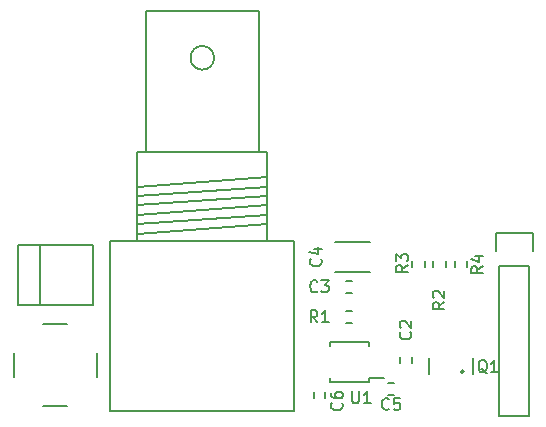
<source format=gto>
G04 #@! TF.FileFunction,Legend,Top*
%FSLAX46Y46*%
G04 Gerber Fmt 4.6, Leading zero omitted, Abs format (unit mm)*
G04 Created by KiCad (PCBNEW 4.0.1-3.201512221402+6198~38~ubuntu14.04.1-stable) date Mon 01 Feb 2016 11:31:49 PM PST*
%MOMM*%
G01*
G04 APERTURE LIST*
%ADD10C,0.100000*%
%ADD11C,0.150000*%
G04 APERTURE END LIST*
D10*
D11*
X201930000Y-96774000D02*
X201930000Y-109474000D01*
X201930000Y-109474000D02*
X199390000Y-109474000D01*
X199390000Y-109474000D02*
X199390000Y-96774000D01*
X202210000Y-93954000D02*
X202210000Y-95504000D01*
X201930000Y-96774000D02*
X199390000Y-96774000D01*
X199110000Y-95504000D02*
X199110000Y-93954000D01*
X199110000Y-93954000D02*
X202210000Y-93954000D01*
X191015600Y-104499600D02*
X191015600Y-104999600D01*
X191965600Y-104999600D02*
X191965600Y-104499600D01*
X188365000Y-106577000D02*
X188365000Y-106277000D01*
X185015000Y-106577000D02*
X185015000Y-106277000D01*
X185015000Y-103227000D02*
X185015000Y-103527000D01*
X188365000Y-103227000D02*
X188365000Y-103527000D01*
X188365000Y-106577000D02*
X185015000Y-106577000D01*
X188365000Y-103227000D02*
X185015000Y-103227000D01*
X188365000Y-106277000D02*
X189590000Y-106277000D01*
X184625000Y-107946000D02*
X184625000Y-107446000D01*
X183675000Y-107446000D02*
X183675000Y-107946000D01*
X186940000Y-100567000D02*
X186440000Y-100567000D01*
X186440000Y-101617000D02*
X186940000Y-101617000D01*
X196689200Y-96897000D02*
X196689200Y-96397000D01*
X195639200Y-96397000D02*
X195639200Y-96897000D01*
X194835000Y-96897000D02*
X194835000Y-96397000D01*
X193785000Y-96397000D02*
X193785000Y-96897000D01*
X189996000Y-107663000D02*
X190496000Y-107663000D01*
X190496000Y-106713000D02*
X189996000Y-106713000D01*
X193082400Y-96871600D02*
X193082400Y-96371600D01*
X192032400Y-96371600D02*
X192032400Y-96871600D01*
X196392459Y-105732580D02*
G75*
G03X196392459Y-105732580I-141899J0D01*
G01*
X197149720Y-104531160D02*
X197149720Y-105933240D01*
X193451480Y-105933240D02*
X193451480Y-104531160D01*
X160798000Y-101650800D02*
X162798000Y-101650800D01*
X165303200Y-104156000D02*
X165303200Y-106156000D01*
X162798000Y-108661200D02*
X160798000Y-108661200D01*
X158292800Y-106156000D02*
X158292800Y-104156000D01*
X186440000Y-99027000D02*
X186940000Y-99027000D01*
X186940000Y-98077000D02*
X186440000Y-98077000D01*
X168744900Y-90053160D02*
X179743100Y-89253060D01*
X168744900Y-90853260D02*
X179743100Y-90053160D01*
X168744900Y-91653360D02*
X179743100Y-90853260D01*
X168744900Y-92453460D02*
X179743100Y-91653360D01*
X168744900Y-93253560D02*
X179743100Y-92453460D01*
X168744900Y-94053660D02*
X179743100Y-93253560D01*
X175244760Y-79154020D02*
G75*
G03X175244760Y-79154020I-1000760J0D01*
G01*
X179044600Y-87155020D02*
X179044600Y-75153520D01*
X179044600Y-75153520D02*
X169443400Y-75153520D01*
X169443400Y-75153520D02*
X169443400Y-87155020D01*
X179743100Y-94653100D02*
X179743100Y-87155020D01*
X179743100Y-87155020D02*
X168744900Y-87155020D01*
X168744900Y-87155020D02*
X168744900Y-94653100D01*
X166443660Y-109054900D02*
X182044340Y-109054900D01*
X182044340Y-109054900D02*
X182044340Y-94653100D01*
X182044340Y-94653100D02*
X166443660Y-94653100D01*
X166443660Y-94653100D02*
X166443660Y-109054900D01*
X188464000Y-97262000D02*
X185464000Y-97262000D01*
X185464000Y-94762000D02*
X188464000Y-94762000D01*
X160528000Y-94996000D02*
X160528000Y-100076000D01*
X164973000Y-94996000D02*
X164973000Y-100076000D01*
X158623000Y-100076000D02*
X158623000Y-94996000D01*
X158623000Y-100076000D02*
X164973000Y-100076000D01*
X158623000Y-94996000D02*
X164973000Y-94996000D01*
X191847743Y-102376266D02*
X191895362Y-102423885D01*
X191942981Y-102566742D01*
X191942981Y-102661980D01*
X191895362Y-102804838D01*
X191800124Y-102900076D01*
X191704886Y-102947695D01*
X191514410Y-102995314D01*
X191371552Y-102995314D01*
X191181076Y-102947695D01*
X191085838Y-102900076D01*
X190990600Y-102804838D01*
X190942981Y-102661980D01*
X190942981Y-102566742D01*
X190990600Y-102423885D01*
X191038219Y-102376266D01*
X191038219Y-101995314D02*
X190990600Y-101947695D01*
X190942981Y-101852457D01*
X190942981Y-101614361D01*
X190990600Y-101519123D01*
X191038219Y-101471504D01*
X191133457Y-101423885D01*
X191228695Y-101423885D01*
X191371552Y-101471504D01*
X191942981Y-102042933D01*
X191942981Y-101423885D01*
X186944095Y-107402381D02*
X186944095Y-108211905D01*
X186991714Y-108307143D01*
X187039333Y-108354762D01*
X187134571Y-108402381D01*
X187325048Y-108402381D01*
X187420286Y-108354762D01*
X187467905Y-108307143D01*
X187515524Y-108211905D01*
X187515524Y-107402381D01*
X188515524Y-108402381D02*
X187944095Y-108402381D01*
X188229809Y-108402381D02*
X188229809Y-107402381D01*
X188134571Y-107545238D01*
X188039333Y-107640476D01*
X187944095Y-107688095D01*
X186031143Y-108370666D02*
X186078762Y-108418285D01*
X186126381Y-108561142D01*
X186126381Y-108656380D01*
X186078762Y-108799238D01*
X185983524Y-108894476D01*
X185888286Y-108942095D01*
X185697810Y-108989714D01*
X185554952Y-108989714D01*
X185364476Y-108942095D01*
X185269238Y-108894476D01*
X185174000Y-108799238D01*
X185126381Y-108656380D01*
X185126381Y-108561142D01*
X185174000Y-108418285D01*
X185221619Y-108370666D01*
X185126381Y-107513523D02*
X185126381Y-107704000D01*
X185174000Y-107799238D01*
X185221619Y-107846857D01*
X185364476Y-107942095D01*
X185554952Y-107989714D01*
X185935905Y-107989714D01*
X186031143Y-107942095D01*
X186078762Y-107894476D01*
X186126381Y-107799238D01*
X186126381Y-107608761D01*
X186078762Y-107513523D01*
X186031143Y-107465904D01*
X185935905Y-107418285D01*
X185697810Y-107418285D01*
X185602571Y-107465904D01*
X185554952Y-107513523D01*
X185507333Y-107608761D01*
X185507333Y-107799238D01*
X185554952Y-107894476D01*
X185602571Y-107942095D01*
X185697810Y-107989714D01*
X183983334Y-101544381D02*
X183650000Y-101068190D01*
X183411905Y-101544381D02*
X183411905Y-100544381D01*
X183792858Y-100544381D01*
X183888096Y-100592000D01*
X183935715Y-100639619D01*
X183983334Y-100734857D01*
X183983334Y-100877714D01*
X183935715Y-100972952D01*
X183888096Y-101020571D01*
X183792858Y-101068190D01*
X183411905Y-101068190D01*
X184935715Y-101544381D02*
X184364286Y-101544381D01*
X184650000Y-101544381D02*
X184650000Y-100544381D01*
X184554762Y-100687238D01*
X184459524Y-100782476D01*
X184364286Y-100830095D01*
X198013581Y-96813666D02*
X197537390Y-97147000D01*
X198013581Y-97385095D02*
X197013581Y-97385095D01*
X197013581Y-97004142D01*
X197061200Y-96908904D01*
X197108819Y-96861285D01*
X197204057Y-96813666D01*
X197346914Y-96813666D01*
X197442152Y-96861285D01*
X197489771Y-96908904D01*
X197537390Y-97004142D01*
X197537390Y-97385095D01*
X197346914Y-95956523D02*
X198013581Y-95956523D01*
X196965962Y-96194619D02*
X197680248Y-96432714D01*
X197680248Y-95813666D01*
X194736981Y-99836266D02*
X194260790Y-100169600D01*
X194736981Y-100407695D02*
X193736981Y-100407695D01*
X193736981Y-100026742D01*
X193784600Y-99931504D01*
X193832219Y-99883885D01*
X193927457Y-99836266D01*
X194070314Y-99836266D01*
X194165552Y-99883885D01*
X194213171Y-99931504D01*
X194260790Y-100026742D01*
X194260790Y-100407695D01*
X193832219Y-99455314D02*
X193784600Y-99407695D01*
X193736981Y-99312457D01*
X193736981Y-99074361D01*
X193784600Y-98979123D01*
X193832219Y-98931504D01*
X193927457Y-98883885D01*
X194022695Y-98883885D01*
X194165552Y-98931504D01*
X194736981Y-99502933D01*
X194736981Y-98883885D01*
X190053934Y-108865943D02*
X190006315Y-108913562D01*
X189863458Y-108961181D01*
X189768220Y-108961181D01*
X189625362Y-108913562D01*
X189530124Y-108818324D01*
X189482505Y-108723086D01*
X189434886Y-108532610D01*
X189434886Y-108389752D01*
X189482505Y-108199276D01*
X189530124Y-108104038D01*
X189625362Y-108008800D01*
X189768220Y-107961181D01*
X189863458Y-107961181D01*
X190006315Y-108008800D01*
X190053934Y-108056419D01*
X190958696Y-107961181D02*
X190482505Y-107961181D01*
X190434886Y-108437371D01*
X190482505Y-108389752D01*
X190577743Y-108342133D01*
X190815839Y-108342133D01*
X190911077Y-108389752D01*
X190958696Y-108437371D01*
X191006315Y-108532610D01*
X191006315Y-108770705D01*
X190958696Y-108865943D01*
X190911077Y-108913562D01*
X190815839Y-108961181D01*
X190577743Y-108961181D01*
X190482505Y-108913562D01*
X190434886Y-108865943D01*
X191663581Y-96712066D02*
X191187390Y-97045400D01*
X191663581Y-97283495D02*
X190663581Y-97283495D01*
X190663581Y-96902542D01*
X190711200Y-96807304D01*
X190758819Y-96759685D01*
X190854057Y-96712066D01*
X190996914Y-96712066D01*
X191092152Y-96759685D01*
X191139771Y-96807304D01*
X191187390Y-96902542D01*
X191187390Y-97283495D01*
X190663581Y-96378733D02*
X190663581Y-95759685D01*
X191044533Y-96093019D01*
X191044533Y-95950161D01*
X191092152Y-95854923D01*
X191139771Y-95807304D01*
X191235010Y-95759685D01*
X191473105Y-95759685D01*
X191568343Y-95807304D01*
X191615962Y-95854923D01*
X191663581Y-95950161D01*
X191663581Y-96235876D01*
X191615962Y-96331114D01*
X191568343Y-96378733D01*
X198354962Y-105856019D02*
X198259724Y-105808400D01*
X198164486Y-105713162D01*
X198021629Y-105570305D01*
X197926390Y-105522686D01*
X197831152Y-105522686D01*
X197878771Y-105760781D02*
X197783533Y-105713162D01*
X197688295Y-105617924D01*
X197640676Y-105427448D01*
X197640676Y-105094114D01*
X197688295Y-104903638D01*
X197783533Y-104808400D01*
X197878771Y-104760781D01*
X198069248Y-104760781D01*
X198164486Y-104808400D01*
X198259724Y-104903638D01*
X198307343Y-105094114D01*
X198307343Y-105427448D01*
X198259724Y-105617924D01*
X198164486Y-105713162D01*
X198069248Y-105760781D01*
X197878771Y-105760781D01*
X199259724Y-105760781D02*
X198688295Y-105760781D01*
X198974009Y-105760781D02*
X198974009Y-104760781D01*
X198878771Y-104903638D01*
X198783533Y-104998876D01*
X198688295Y-105046495D01*
X183983334Y-98909143D02*
X183935715Y-98956762D01*
X183792858Y-99004381D01*
X183697620Y-99004381D01*
X183554762Y-98956762D01*
X183459524Y-98861524D01*
X183411905Y-98766286D01*
X183364286Y-98575810D01*
X183364286Y-98432952D01*
X183411905Y-98242476D01*
X183459524Y-98147238D01*
X183554762Y-98052000D01*
X183697620Y-98004381D01*
X183792858Y-98004381D01*
X183935715Y-98052000D01*
X183983334Y-98099619D01*
X184316667Y-98004381D02*
X184935715Y-98004381D01*
X184602381Y-98385333D01*
X184745239Y-98385333D01*
X184840477Y-98432952D01*
X184888096Y-98480571D01*
X184935715Y-98575810D01*
X184935715Y-98813905D01*
X184888096Y-98909143D01*
X184840477Y-98956762D01*
X184745239Y-99004381D01*
X184459524Y-99004381D01*
X184364286Y-98956762D01*
X184316667Y-98909143D01*
X184253143Y-96178666D02*
X184300762Y-96226285D01*
X184348381Y-96369142D01*
X184348381Y-96464380D01*
X184300762Y-96607238D01*
X184205524Y-96702476D01*
X184110286Y-96750095D01*
X183919810Y-96797714D01*
X183776952Y-96797714D01*
X183586476Y-96750095D01*
X183491238Y-96702476D01*
X183396000Y-96607238D01*
X183348381Y-96464380D01*
X183348381Y-96369142D01*
X183396000Y-96226285D01*
X183443619Y-96178666D01*
X183681714Y-95321523D02*
X184348381Y-95321523D01*
X183300762Y-95559619D02*
X184015048Y-95797714D01*
X184015048Y-95178666D01*
M02*

</source>
